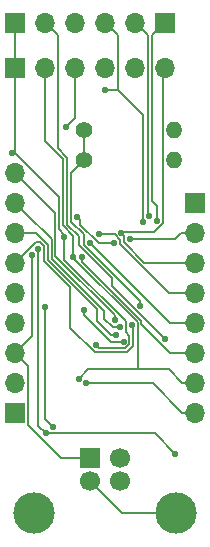
<source format=gbr>
G04 #@! TF.GenerationSoftware,KiCad,Pcbnew,(5.0.1)-4*
G04 #@! TF.CreationDate,2019-08-26T10:27:06+03:00*
G04 #@! TF.ProjectId,CP2102-breakout,4350323130322D627265616B6F75742E,rev?*
G04 #@! TF.SameCoordinates,Original*
G04 #@! TF.FileFunction,Copper,L2,Bot,Signal*
G04 #@! TF.FilePolarity,Positive*
%FSLAX46Y46*%
G04 Gerber Fmt 4.6, Leading zero omitted, Abs format (unit mm)*
G04 Created by KiCad (PCBNEW (5.0.1)-4) date 26/08/2019 10:27:06*
%MOMM*%
%LPD*%
G01*
G04 APERTURE LIST*
G04 #@! TA.AperFunction,ComponentPad*
%ADD10R,1.700000X1.700000*%
G04 #@! TD*
G04 #@! TA.AperFunction,ComponentPad*
%ADD11C,1.700000*%
G04 #@! TD*
G04 #@! TA.AperFunction,ComponentPad*
%ADD12C,3.500000*%
G04 #@! TD*
G04 #@! TA.AperFunction,ComponentPad*
%ADD13O,1.700000X1.700000*%
G04 #@! TD*
G04 #@! TA.AperFunction,ComponentPad*
%ADD14O,1.400000X1.400000*%
G04 #@! TD*
G04 #@! TA.AperFunction,ComponentPad*
%ADD15C,1.400000*%
G04 #@! TD*
G04 #@! TA.AperFunction,ViaPad*
%ADD16C,0.550000*%
G04 #@! TD*
G04 #@! TA.AperFunction,Conductor*
%ADD17C,0.152400*%
G04 #@! TD*
G04 APERTURE END LIST*
D10*
G04 #@! TO.P,J12,1*
G04 #@! TO.N,VBUS*
X44450000Y-49530000D03*
D11*
G04 #@! TO.P,J12,2*
G04 #@! TO.N,/USB_D-*
X46950000Y-49530000D03*
G04 #@! TO.P,J12,3*
G04 #@! TO.N,/USB_D+*
X46950000Y-51530000D03*
G04 #@! TO.P,J12,4*
G04 #@! TO.N,GND*
X44450000Y-51530000D03*
D12*
G04 #@! TO.P,J12,5*
X39680000Y-54240000D03*
X51720000Y-54240000D03*
G04 #@! TD*
D10*
G04 #@! TO.P,J2,1*
G04 #@! TO.N,/FLASHFLAG*
X38100000Y-45720000D03*
D13*
G04 #@! TO.P,J2,2*
G04 #@! TO.N,/RESET*
X38100000Y-43180000D03*
G04 #@! TO.P,J2,3*
G04 #@! TO.N,VBUS*
X38100000Y-40640000D03*
G04 #@! TO.P,J2,4*
G04 #@! TO.N,/SUSPENDb*
X38100000Y-38100000D03*
G04 #@! TO.P,J2,5*
G04 #@! TO.N,/SUSPEND*
X38100000Y-35560000D03*
G04 #@! TO.P,J2,6*
G04 #@! TO.N,/REGIN*
X38100000Y-33020000D03*
G04 #@! TO.P,J2,7*
G04 #@! TO.N,/RSTb*
X38100000Y-30480000D03*
G04 #@! TO.P,J2,8*
G04 #@! TO.N,/VDD*
X38100000Y-27940000D03*
G04 #@! TO.P,J2,9*
G04 #@! TO.N,/VIO*
X38100000Y-25400000D03*
G04 #@! TD*
D10*
G04 #@! TO.P,J4,1*
G04 #@! TO.N,GND*
X38100000Y-12700000D03*
D13*
G04 #@! TO.P,J4,2*
G04 #@! TO.N,Net-(J4-Pad2)*
X40640000Y-12700000D03*
G04 #@! TD*
D10*
G04 #@! TO.P,J3,1*
G04 #@! TO.N,Net-(J3-Pad1)*
X50800000Y-12700000D03*
D13*
G04 #@! TO.P,J3,2*
G04 #@! TO.N,Net-(J3-Pad2)*
X48260000Y-12700000D03*
G04 #@! TO.P,J3,3*
G04 #@! TO.N,Net-(D2-Pad1)*
X45720000Y-12700000D03*
G04 #@! TO.P,J3,4*
G04 #@! TO.N,Net-(D1-Pad1)*
X43180000Y-12700000D03*
G04 #@! TD*
G04 #@! TO.P,J1,8*
G04 #@! TO.N,/DCD*
X53340000Y-45720000D03*
G04 #@! TO.P,J1,7*
G04 #@! TO.N,/DTR*
X53340000Y-43180000D03*
G04 #@! TO.P,J1,6*
G04 #@! TO.N,/DSR*
X53340000Y-40640000D03*
G04 #@! TO.P,J1,5*
G04 #@! TO.N,/TXD*
X53340000Y-38100000D03*
G04 #@! TO.P,J1,4*
G04 #@! TO.N,/RXD*
X53340000Y-35560000D03*
G04 #@! TO.P,J1,3*
G04 #@! TO.N,/FTDI_RTS*
X53340000Y-33020000D03*
G04 #@! TO.P,J1,2*
G04 #@! TO.N,Net-(J1-Pad2)*
X53340000Y-30480000D03*
D10*
G04 #@! TO.P,J1,1*
G04 #@! TO.N,Net-(J1-Pad1)*
X53340000Y-27940000D03*
G04 #@! TD*
D13*
G04 #@! TO.P,J19,6*
G04 #@! TO.N,/FTDI_RTS*
X50800000Y-16510000D03*
G04 #@! TO.P,J19,5*
G04 #@! TO.N,/FTDI_RX*
X48260000Y-16510000D03*
G04 #@! TO.P,J19,4*
G04 #@! TO.N,/FTDI_TX*
X45720000Y-16510000D03*
G04 #@! TO.P,J19,3*
G04 #@! TO.N,+5V*
X43180000Y-16510000D03*
G04 #@! TO.P,J19,2*
G04 #@! TO.N,/DTR*
X40640000Y-16510000D03*
D10*
G04 #@! TO.P,J19,1*
G04 #@! TO.N,GND*
X38100000Y-16510000D03*
G04 #@! TD*
D14*
G04 #@! TO.P,R13,2*
G04 #@! TO.N,GND*
X51600000Y-21780000D03*
D15*
G04 #@! TO.P,R13,1*
G04 #@! TO.N,Net-(R12-Pad1)*
X43980000Y-21780000D03*
G04 #@! TD*
D14*
G04 #@! TO.P,R12,2*
G04 #@! TO.N,VBUS*
X51600000Y-24320000D03*
D15*
G04 #@! TO.P,R12,1*
G04 #@! TO.N,Net-(R12-Pad1)*
X43980000Y-24320000D03*
G04 #@! TD*
D16*
G04 #@! TO.N,GND*
X37857100Y-23761000D03*
X42281900Y-30878600D03*
X44930400Y-39958900D03*
G04 #@! TO.N,+3V3*
X41286100Y-46951500D03*
X40603000Y-36754900D03*
G04 #@! TO.N,/DTR*
X43511700Y-42828700D03*
X43035200Y-32545000D03*
G04 #@! TO.N,VBUS*
X39500307Y-32361907D03*
G04 #@! TO.N,+5V*
X40048500Y-31832200D03*
X42434200Y-21534800D03*
X51654300Y-49196500D03*
X40679400Y-47483400D03*
G04 #@! TO.N,/FTDI_RTS*
X47087473Y-30490227D03*
G04 #@! TO.N,Net-(R12-Pad1)*
X48667200Y-36659700D03*
G04 #@! TO.N,/RSTb*
X46639995Y-39147395D03*
G04 #@! TO.N,/DCD*
X44096100Y-43242000D03*
G04 #@! TO.N,/DSR*
X43800900Y-32537400D03*
G04 #@! TO.N,/TXD*
X44436000Y-31315300D03*
G04 #@! TO.N,/RXD*
X45181600Y-30635300D03*
G04 #@! TO.N,Net-(J1-Pad2)*
X47803513Y-31010100D03*
G04 #@! TO.N,/SUSPEND*
X43349700Y-29170800D03*
X46491490Y-31351790D03*
G04 #@! TO.N,Net-(D2-Pad1)*
X48959500Y-29544400D03*
X45720100Y-18396600D03*
G04 #@! TO.N,Net-(J3-Pad2)*
X49463500Y-29034400D03*
G04 #@! TO.N,Net-(J3-Pad1)*
X50117800Y-29460500D03*
G04 #@! TO.N,/REGIN*
X47980300Y-38261600D03*
G04 #@! TO.N,/VDD*
X46957800Y-38454900D03*
G04 #@! TO.N,/VIO*
X46527410Y-37880200D03*
G04 #@! TO.N,Net-(J1-Pad1)*
X47284200Y-39703600D03*
X43932000Y-37032000D03*
G04 #@! TO.N,Net-(J4-Pad2)*
X50809700Y-39500300D03*
G04 #@! TD*
D17*
G04 #@! TO.N,GND*
X44450000Y-51530000D02*
X47160000Y-54240000D01*
X47160000Y-54240000D02*
X51720000Y-54240000D01*
X38100000Y-23761000D02*
X41821200Y-27482200D01*
X41821200Y-27482200D02*
X41821200Y-30185300D01*
X41821200Y-30185300D02*
X42281900Y-30646000D01*
X42281900Y-30646000D02*
X42281900Y-30878600D01*
X44930400Y-39958900D02*
X45241400Y-40269900D01*
X45241400Y-40269900D02*
X47430700Y-40269900D01*
X47430700Y-40269900D02*
X47788100Y-39912500D01*
X47788100Y-39912500D02*
X47788100Y-39190000D01*
X47788100Y-39190000D02*
X47476300Y-38878200D01*
X47476300Y-38878200D02*
X47476300Y-37990000D01*
X47476300Y-37990000D02*
X42281900Y-32795600D01*
X42281900Y-32795600D02*
X42281900Y-30878600D01*
X38100000Y-23761000D02*
X37857100Y-23761000D01*
X38100000Y-17588900D02*
X38100000Y-23761000D01*
X38100000Y-16510000D02*
X38100000Y-17588900D01*
X38100000Y-16510000D02*
X38100000Y-12700000D01*
G04 #@! TO.N,+3V3*
X40603000Y-36754900D02*
X40603000Y-46268400D01*
X40603000Y-46268400D02*
X41286100Y-46951500D01*
G04 #@! TO.N,/DTR*
X48484200Y-42040400D02*
X44300000Y-42040400D01*
X44300000Y-42040400D02*
X43511700Y-42828700D01*
X52261100Y-43180000D02*
X51121500Y-42040400D01*
X51121500Y-42040400D02*
X48484200Y-42040400D01*
X53340000Y-43180000D02*
X52261100Y-43180000D01*
X42126300Y-24233200D02*
X42126300Y-29843100D01*
X43035200Y-32603700D02*
X43035200Y-32545000D01*
X48484200Y-42040400D02*
X48484200Y-38052700D01*
X48484200Y-38052700D02*
X43035200Y-32603700D01*
X40640000Y-22746900D02*
X42126300Y-24233200D01*
X40640000Y-16510000D02*
X40640000Y-17588900D01*
X40640000Y-17588900D02*
X40640000Y-22746900D01*
X42126300Y-29843100D02*
X43035200Y-30752000D01*
X43035200Y-30752000D02*
X43035200Y-32545000D01*
G04 #@! TO.N,VBUS*
X38100000Y-40640000D02*
X39500307Y-39239693D01*
X39500307Y-39239693D02*
X39500307Y-32750815D01*
X39500307Y-32750815D02*
X39500307Y-32361907D01*
X42013300Y-49530000D02*
X44450000Y-49530000D01*
X39218600Y-46735300D02*
X42013300Y-49530000D01*
X38100000Y-40640000D02*
X39218600Y-41758600D01*
X39218600Y-41758600D02*
X39218600Y-46735300D01*
G04 #@! TO.N,+5V*
X40679400Y-47483400D02*
X40048500Y-46852500D01*
X40048500Y-46852500D02*
X40048500Y-31832200D01*
X51654300Y-49196500D02*
X49941200Y-47483400D01*
X49941200Y-47483400D02*
X40679400Y-47483400D01*
X43180000Y-16510000D02*
X43180000Y-20789000D01*
X43180000Y-20789000D02*
X42434200Y-21534800D01*
G04 #@! TO.N,/FTDI_RTS*
X47269800Y-30704500D02*
X47087473Y-30522173D01*
X47087473Y-30522173D02*
X47087473Y-30490227D01*
X53340000Y-33020000D02*
X49012100Y-33020000D01*
X47299903Y-30734603D02*
X47269800Y-30704500D01*
X47299903Y-31307803D02*
X47299903Y-30734603D01*
X49012100Y-33020000D02*
X47299903Y-31307803D01*
X50621700Y-16688300D02*
X50800000Y-16510000D01*
X50621700Y-29685800D02*
X50621700Y-16688300D01*
X49849800Y-30457700D02*
X50621700Y-29685800D01*
X47087473Y-30522173D02*
X47087473Y-30457700D01*
X47087473Y-30457700D02*
X49849800Y-30457700D01*
G04 #@! TO.N,Net-(R12-Pad1)*
X43980000Y-21780000D02*
X43980000Y-24320000D01*
X42845800Y-25454200D02*
X43980000Y-24320000D01*
X43898300Y-31490500D02*
X43898300Y-30590100D01*
X48667200Y-36659700D02*
X48667200Y-36259400D01*
X48667200Y-36259400D02*
X43898300Y-31490500D01*
X43898300Y-30590100D02*
X42845800Y-29537600D01*
X42845800Y-29537600D02*
X42845800Y-25454200D01*
G04 #@! TO.N,/RSTb*
X39840700Y-30480000D02*
X40906478Y-31545778D01*
X38100000Y-30480000D02*
X39840700Y-30480000D01*
X46251087Y-39147395D02*
X46639995Y-39147395D01*
X40906478Y-32806478D02*
X45049500Y-36949500D01*
X45049500Y-36949500D02*
X45049500Y-37945808D01*
X40906478Y-31545778D02*
X40906478Y-32806478D01*
X45049500Y-37945808D02*
X46251087Y-39147395D01*
G04 #@! TO.N,/DCD*
X52261100Y-45720000D02*
X49783100Y-43242000D01*
X49783100Y-43242000D02*
X44096100Y-43242000D01*
X53340000Y-45720000D02*
X52261100Y-45720000D01*
G04 #@! TO.N,/DSR*
X51218100Y-40640000D02*
X48789300Y-38211200D01*
X48789300Y-37926300D02*
X43800900Y-32937900D01*
X43800900Y-32937900D02*
X43800900Y-32537400D01*
X48789300Y-38211200D02*
X48789300Y-37926300D01*
X52261100Y-40640000D02*
X51218100Y-40640000D01*
X53340000Y-40640000D02*
X52261100Y-40640000D01*
G04 #@! TO.N,/TXD*
X44436000Y-31315300D02*
X51220700Y-38100000D01*
X53340000Y-38100000D02*
X52261100Y-38100000D01*
X51220700Y-38100000D02*
X52261100Y-38100000D01*
G04 #@! TO.N,/RXD*
X45570508Y-30635300D02*
X45181600Y-30635300D01*
X51120500Y-35560000D02*
X46995092Y-31434592D01*
X53340000Y-35560000D02*
X51120500Y-35560000D01*
X46995092Y-31434592D02*
X46995092Y-31110060D01*
X46995092Y-31110060D02*
X46520332Y-30635300D01*
X46520332Y-30635300D02*
X45570508Y-30635300D01*
G04 #@! TO.N,Net-(J1-Pad2)*
X53340000Y-30480000D02*
X52137919Y-30480000D01*
X48192421Y-31010100D02*
X47803513Y-31010100D01*
X51607819Y-31010100D02*
X48192421Y-31010100D01*
X52137919Y-30480000D02*
X51607819Y-31010100D01*
G04 #@! TO.N,/SUSPEND*
X46102582Y-31351790D02*
X46491490Y-31351790D01*
X45185190Y-31351790D02*
X46102582Y-31351790D01*
X43349700Y-29170800D02*
X43624699Y-29445799D01*
X43624699Y-29445799D02*
X43624699Y-29791299D01*
X43624699Y-29791299D02*
X45185190Y-31351790D01*
G04 #@! TO.N,Net-(D2-Pad1)*
X46798900Y-18396600D02*
X48959500Y-20557200D01*
X48959500Y-20557200D02*
X48959500Y-29544400D01*
X46798900Y-18396600D02*
X45720100Y-18396600D01*
X46798900Y-13778900D02*
X46798900Y-18396600D01*
X45720000Y-12700000D02*
X46798900Y-13778900D01*
G04 #@! TO.N,Net-(J3-Pad2)*
X49338900Y-28909800D02*
X49463500Y-29034400D01*
X48260000Y-12700000D02*
X49338900Y-13778900D01*
X49338900Y-13778900D02*
X49338900Y-28909800D01*
G04 #@! TO.N,Net-(J3-Pad1)*
X50117800Y-28189800D02*
X50117800Y-29460500D01*
X49721100Y-27793100D02*
X50117800Y-28189800D01*
X50800000Y-12700000D02*
X49721100Y-13778900D01*
X49721100Y-13778900D02*
X49721100Y-27793100D01*
G04 #@! TO.N,/REGIN*
X39883000Y-31267000D02*
X38130000Y-33020000D01*
X40552400Y-31623300D02*
X40196100Y-31267000D01*
X40196100Y-31267000D02*
X39883000Y-31267000D01*
X47980300Y-38261600D02*
X48100900Y-38382200D01*
X44844700Y-40590900D02*
X42771700Y-38517900D01*
X42771700Y-35103300D02*
X40552400Y-32884000D01*
X38130000Y-33020000D02*
X38100000Y-33020000D01*
X42771700Y-38517900D02*
X42771700Y-35103300D01*
X48100900Y-38382200D02*
X48100900Y-40037100D01*
X40552400Y-32884000D02*
X40552400Y-31623300D01*
X48100900Y-40037100D02*
X47547100Y-40590900D01*
X47547100Y-40590900D02*
X44844700Y-40590900D01*
G04 #@! TO.N,/VDD*
X41211289Y-32679689D02*
X41211289Y-31051289D01*
X46568892Y-38454900D02*
X46560391Y-38446399D01*
X46957800Y-38454900D02*
X46568892Y-38454900D01*
X38949999Y-28789999D02*
X38100000Y-27940000D01*
X45660500Y-37128900D02*
X41211289Y-32679689D01*
X45660500Y-37754700D02*
X45660500Y-37128900D01*
X41211289Y-31051289D02*
X38949999Y-28789999D01*
X46352199Y-38446399D02*
X45660500Y-37754700D01*
X46560391Y-38446399D02*
X46352199Y-38446399D01*
G04 #@! TO.N,/VIO*
X38100000Y-25400000D02*
X41516100Y-28816100D01*
X41516100Y-28816100D02*
X41516100Y-32479982D01*
X46527410Y-37491292D02*
X46527410Y-37880200D01*
X41516100Y-32479982D02*
X46527410Y-37491292D01*
G04 #@! TO.N,Net-(J1-Pad1)*
X43932000Y-37420908D02*
X46214692Y-39703600D01*
X46214692Y-39703600D02*
X46895292Y-39703600D01*
X43932000Y-37032000D02*
X43932000Y-37420908D01*
X46895292Y-39703600D02*
X47284200Y-39703600D01*
G04 #@! TO.N,Net-(J4-Pad2)*
X50809700Y-39500200D02*
X50794900Y-39500200D01*
X46291100Y-34314900D02*
X43519300Y-31543100D01*
X43519300Y-30794400D02*
X42540700Y-29815800D01*
X42540700Y-29815800D02*
X42540700Y-24120300D01*
X50809700Y-39500300D02*
X50809700Y-39500200D01*
X50794900Y-39500200D02*
X46291100Y-34996400D01*
X46291100Y-34996400D02*
X46291100Y-34314900D01*
X43519300Y-31543100D02*
X43519300Y-30794400D01*
X42540700Y-24120300D02*
X41718900Y-23298500D01*
X41718900Y-23298500D02*
X41718900Y-13778900D01*
X41718900Y-13778900D02*
X40640000Y-12700000D01*
G04 #@! TD*
M02*

</source>
